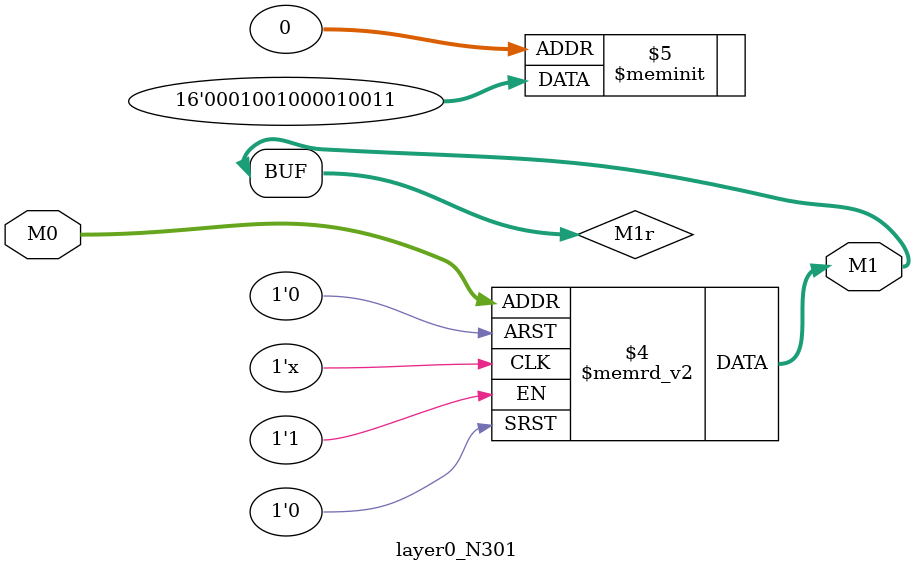
<source format=v>
module layer0_N301 ( input [2:0] M0, output [1:0] M1 );

	(*rom_style = "distributed" *) reg [1:0] M1r;
	assign M1 = M1r;
	always @ (M0) begin
		case (M0)
			3'b000: M1r = 2'b11;
			3'b100: M1r = 2'b10;
			3'b010: M1r = 2'b01;
			3'b110: M1r = 2'b01;
			3'b001: M1r = 2'b00;
			3'b101: M1r = 2'b00;
			3'b011: M1r = 2'b00;
			3'b111: M1r = 2'b00;

		endcase
	end
endmodule

</source>
